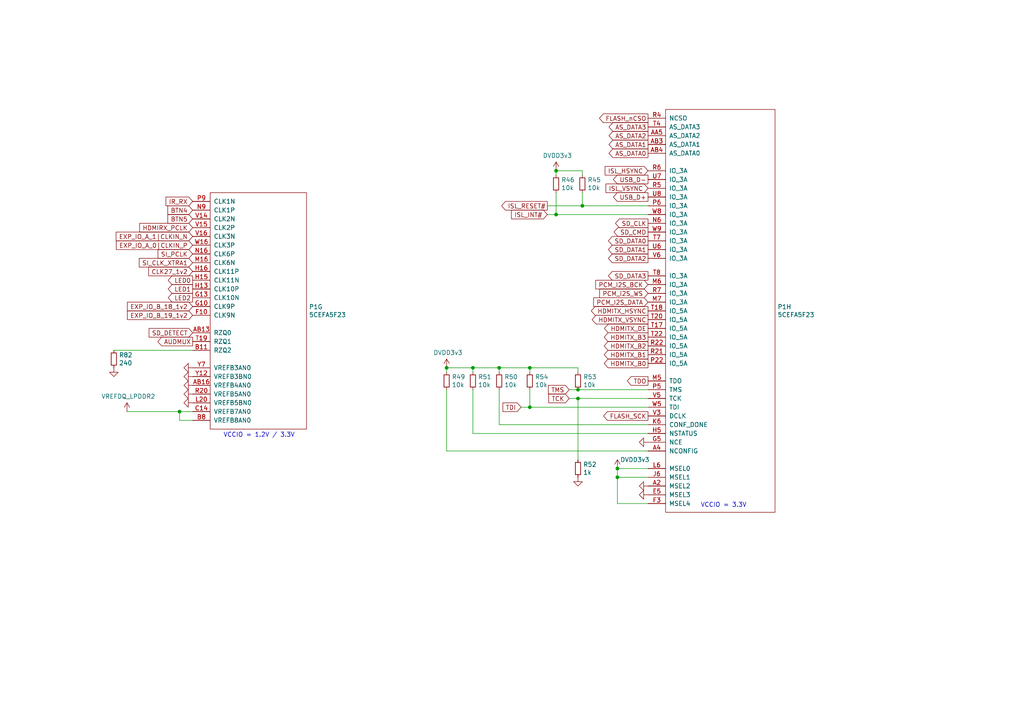
<source format=kicad_sch>
(kicad_sch (version 20230121) (generator eeschema)
  (paper "A4")
  (title_block (title "OSSC Pro") (date "2023-08-17") (rev "1.5"))
  (lib_symbols
    (symbol "Device:R_Small" (pin_numbers hide) (pin_names (offset 0.254) hide)
      (property "Reference" "R" (at 0.762 0.508 0))
      (property "Value" "R_Small" (at 0.762 -1.016 0))
      (symbol "R_Small_0_1"
        (rectangle (start -0.762 1.778) (end 0.762 -1.778) (stroke (width 0.2032)))
      )
      (symbol "R_Small_1_1"
        (pin passive line (at 0 2.54 270) (length 0.762) (name "~") (number "1"))
        (pin passive line (at 0 -2.54 90) (length 0.762) (name "~") (number "2"))
      )
    )
    (symbol "custom_components:5CEFA5F23" (pin_names (offset 1.016))
      (property "Reference" "P" (at 0 66.04 0))
      (property "Value" "5CEFA5F23" (at 0 0 0))
      (symbol "5CEFA5F23_1_1"
        (rectangle (start -25.4 64.77) (end 25.4 -60.96))
        (pin power_in line (at 30.48 52.07 180) (length 5.08) (name "VCCIO7A") (number "A16"))
        (pin power_in line (at -30.48 -16.51 0) (length 5.08) (name "VCCBAT") (number "A3"))
        (pin power_in line (at 30.48 54.61 180) (length 5.08) (name "VCCIO8A") (number "A6"))
        (pin power_in line (at 30.48 8.89 180) (length 5.08) (name "VCCIO4A") (number "AA16"))
        (pin power_in line (at 30.48 6.35 180) (length 5.08) (name "VCCIO4A") (number "AA21"))
        (pin power_in line (at 30.48 29.21 180) (length 5.08) (name "VCCIO7A") (number "B19"))
        (pin power_in line (at -30.48 -57.15 0) (length 5.08) (name "VCCPD7A8A") (number "C10"))
        (pin power_in line (at 30.48 49.53 180) (length 5.08) (name "VCCIO7A") (number "C12"))
        (pin power_in line (at 30.48 46.99 180) (length 5.08) (name "VCCIO7A") (number "C22"))
        (pin power_in line (at 30.48 62.23 180) (length 5.08) (name "VCCIO8A") (number "C7"))
        (pin power_in line (at 30.48 -24.13 180) (length 5.08) (name "VCC_AUX") (number "D11"))
        (pin power_in line (at -30.48 -52.07 0) (length 5.08) (name "VCCPD7A8A") (number "D14"))
        (pin power_in line (at 30.48 44.45 180) (length 5.08) (name "VCCIO7A") (number "D15"))
        (pin power_in line (at -30.48 -49.53 0) (length 5.08) (name "VCCPD7A8A") (number "D16"))
        (pin power_in line (at 30.48 -34.29 180) (length 5.08) (name "VCC_AUX") (number "D18"))
        (pin power_in line (at -30.48 -54.61 0) (length 5.08) (name "VCCPD7A8A") (number "D8"))
        (pin power_in line (at -30.48 -46.99 0) (length 5.08) (name "VCCPD7A8A") (number "E11"))
        (pin power_in line (at 30.48 41.91 180) (length 5.08) (name "VCCIO7A") (number "E18"))
        (pin power_in line (at 30.48 -36.83 180) (length 5.08) (name "VCC_AUX") (number "E6"))
        (pin power_in line (at 30.48 59.69 180) (length 5.08) (name "VCCIO8A") (number "E8"))
        (pin power_in line (at 30.48 39.37 180) (length 5.08) (name "VCCIO7A") (number "F11"))
        (pin power_in line (at 30.48 36.83 180) (length 5.08) (name "VCCIO7A") (number "F21"))
        (pin power_in line (at 30.48 -52.07 180) (length 5.08) (name "VCCA_FPLL") (number "F4"))
        (pin power_in line (at -30.48 -11.43 0) (length 5.08) (name "VCCPGM") (number "F8"))
        (pin power_in line (at 30.48 34.29 180) (length 5.08) (name "VCCIO7A") (number "G14"))
        (pin power_in line (at 30.48 57.15 180) (length 5.08) (name "VCCIO8A") (number "G7"))
        (pin power_in line (at 30.48 31.75 180) (length 5.08) (name "VCCIO7A") (number "H17"))
        (pin power_in line (at 30.48 -46.99 180) (length 5.08) (name "VCCA_FPLL") (number "H19"))
        (pin power_in line (at -30.48 13.97 0) (length 5.08) (name "VCC") (number "J10"))
        (pin power_in line (at -30.48 16.51 0) (length 5.08) (name "VCC") (number "J12"))
        (pin power_in line (at -30.48 19.05 0) (length 5.08) (name "VCC") (number "J14"))
        (pin power_in line (at -30.48 21.59 0) (length 5.08) (name "VCC") (number "J16"))
        (pin power_in line (at -30.48 -1.27 0) (length 5.08) (name "VCC") (number "J4"))
        (pin power_in line (at -30.48 24.13 0) (length 5.08) (name "VCC") (number "K11"))
        (pin power_in line (at -30.48 26.67 0) (length 5.08) (name "VCC") (number "K13"))
        (pin power_in line (at -30.48 29.21 0) (length 5.08) (name "VCC") (number "K15"))
        (pin power_in line (at 30.48 26.67 180) (length 5.08) (name "VCCIO5B") (number "K18"))
        (pin power_in line (at -30.48 8.89 0) (length 5.08) (name "VCC") (number "K3"))
        (pin power_in line (at -30.48 1.27 0) (length 5.08) (name "VCC") (number "K5"))
        (pin power_in line (at -30.48 31.75 0) (length 5.08) (name "VCC") (number "L10"))
        (pin power_in line (at -30.48 34.29 0) (length 5.08) (name "VCC") (number "L12"))
        (pin power_in line (at -30.48 36.83 0) (length 5.08) (name "VCC") (number "L14"))
        (pin power_in line (at -30.48 39.37 0) (length 5.08) (name "VCC") (number "L16"))
        (pin power_in line (at -30.48 6.35 0) (length 5.08) (name "VCC") (number "L4"))
        (pin power_in line (at -30.48 41.91 0) (length 5.08) (name "VCC") (number "M11"))
        (pin power_in line (at -30.48 44.45 0) (length 5.08) (name "VCC") (number "M13"))
        (pin power_in line (at -30.48 46.99 0) (length 5.08) (name "VCC") (number "M15"))
        (pin power_in line (at -30.48 -44.45 0) (length 5.08) (name "VCCPD5B") (number "M17"))
        (pin power_in line (at 30.48 24.13 180) (length 5.08) (name "VCCIO5B") (number "M19"))
        (pin power_in line (at 30.48 -44.45 180) (length 5.08) (name "VCCA_FPLL") (number "M3"))
        (pin power_in line (at -30.48 49.53 0) (length 5.08) (name "VCC") (number "N10"))
        (pin power_in line (at -30.48 52.07 0) (length 5.08) (name "VCC") (number "N12"))
        (pin power_in line (at -30.48 54.61 0) (length 5.08) (name "VCC") (number "N14"))
        (pin power_in line (at -30.48 -41.91 0) (length 5.08) (name "VCCPD5B") (number "N18"))
        (pin power_in line (at -30.48 3.81 0) (length 5.08) (name "VCC") (number "N4"))
        (pin power_in line (at -30.48 57.15 0) (length 5.08) (name "VCC") (number "P11"))
        (pin power_in line (at -30.48 59.69 0) (length 5.08) (name "VCC") (number "P13"))
        (pin power_in line (at -30.48 62.23 0) (length 5.08) (name "VCC") (number "P15"))
        (pin power_in line (at 30.48 21.59 180) (length 5.08) (name "VCCIO5A") (number "P20"))
        (pin power_in line (at -30.48 -39.37 0) (length 5.08) (name "VCCPD5A") (number "P21"))
        (pin power_in line (at -30.48 11.43 0) (length 5.08) (name "VCC") (number "P3"))
        (pin power_in line (at 30.48 19.05 180) (length 5.08) (name "VCCIO5A") (number "R18"))
        (pin power_in line (at -30.48 -8.89 0) (length 5.08) (name "VCCPGM") (number "R19"))
        (pin power_in line (at 30.48 1.27 180) (length 5.08) (name "VCCIO3B") (number "R8"))
        (pin power_in line (at 30.48 -1.27 180) (length 5.08) (name "VCCIO3B") (number "T11"))
        (pin power_in line (at 30.48 -41.91 180) (length 5.08) (name "VCCA_FPLL") (number "T3"))
        (pin power_in line (at 30.48 -54.61 180) (length 5.08) (name "VCCA_FPLL") (number "T5"))
        (pin power_in line (at 30.48 -11.43 180) (length 5.08) (name "VCCIO3A") (number "T6"))
        (pin power_in line (at 30.48 16.51 180) (length 5.08) (name "VCCIO4A") (number "U14"))
        (pin power_in line (at 30.48 -49.53 180) (length 5.08) (name "VCCA_FPLL") (number "U18"))
        (pin power_in line (at 30.48 3.81 180) (length 5.08) (name "VCCIO4A") (number "U19"))
        (pin power_in line (at -30.48 -6.35 0) (length 5.08) (name "VCCPGM") (number "V8"))
        (pin power_in line (at 30.48 -3.81 180) (length 5.08) (name "VCCIO3B") (number "W10"))
        (pin power_in line (at -30.48 -36.83 0) (length 5.08) (name "VCCPD3B4A") (number "W11"))
        (pin power_in line (at -30.48 -34.29 0) (length 5.08) (name "VCCPD3B4A") (number "W12"))
        (pin power_in line (at 30.48 -29.21 180) (length 5.08) (name "VCC_AUX") (number "W13"))
        (pin power_in line (at -30.48 -31.75 0) (length 5.08) (name "VCCPD3B4A") (number "W14"))
        (pin power_in line (at 30.48 13.97 180) (length 5.08) (name "VCCIO4A") (number "W15"))
        (pin power_in line (at -30.48 -29.21 0) (length 5.08) (name "VCCPD3B4A") (number "W17"))
        (pin power_in line (at 30.48 -31.75 180) (length 5.08) (name "VCC_AUX") (number "W18"))
        (pin power_in line (at 30.48 11.43 180) (length 5.08) (name "VCCIO4A") (number "W20"))
        (pin power_in line (at -30.48 -26.67 0) (length 5.08) (name "VCCPD3A") (number "W6"))
        (pin power_in line (at 30.48 -26.67 180) (length 5.08) (name "VCC_AUX") (number "W7"))
        (pin power_in line (at 30.48 -6.35 180) (length 5.08) (name "VCCIO3B") (number "Y13"))
        (pin power_in line (at 30.48 -8.89 180) (length 5.08) (name "VCCIO3A") (number "Y8"))
      )
      (symbol "5CEFA5F23_2_1"
        (rectangle (start -15.24 44.45) (end 13.97 -41.91))
        (pin tri_state line (at -20.32 -6.35 0) (length 5.08) (name "IO_3B") (number "AA10"))
        (pin tri_state line (at -20.32 -39.37 0) (length 5.08) (name "IO_3B") (number "AA12"))
        (pin tri_state line (at -20.32 11.43 0) (length 5.08) (name "IO_3B") (number "AA7"))
        (pin tri_state line (at -20.32 3.81 0) (length 5.08) (name "IO_3B") (number "AA8"))
        (pin tri_state line (at -20.32 -8.89 0) (length 5.08) (name "IO_3B") (number "AA9"))
        (pin tri_state line (at -20.32 36.83 0) (length 5.08) (name "IO_3B") (number "AB10"))
        (pin tri_state line (at -20.32 34.29 0) (length 5.08) (name "IO_3B") (number "AB11"))
        (pin tri_state line (at -20.32 19.05 0) (length 5.08) (name "IO_3B") (number "AB5"))
        (pin tri_state line (at -20.32 24.13 0) (length 5.08) (name "IO_3B") (number "AB6"))
        (pin tri_state line (at -20.32 6.35 0) (length 5.08) (name "IO_3B") (number "AB7"))
        (pin tri_state line (at -20.32 -1.27 0) (length 5.08) (name "IO_3B") (number "AB8"))
        (pin tri_state line (at -20.32 41.91 0) (length 5.08) (name "IO_3B/CLK0N") (number "M8"))
        (pin tri_state line (at -20.32 39.37 0) (length 5.08) (name "IO_3B/CLK0P") (number "M9"))
        (pin tri_state line (at -20.32 8.89 0) (length 5.08) (name "IO_3B") (number "N8"))
        (pin tri_state line (at -20.32 -29.21 0) (length 5.08) (name "IO_3B") (number "P12"))
        (pin tri_state line (at -20.32 29.21 0) (length 5.08) (name "IO_3A") (number "P7"))
        (pin tri_state line (at -20.32 13.97 0) (length 5.08) (name "IO_3B") (number "P8"))
        (pin tri_state line (at -20.32 -31.75 0) (length 5.08) (name "IO_3B") (number "R10"))
        (pin tri_state line (at -20.32 -34.29 0) (length 5.08) (name "IO_3B") (number "R11"))
        (pin tri_state line (at -20.32 -24.13 0) (length 5.08) (name "IO_3B") (number "R12"))
        (pin tri_state line (at -20.32 -19.05 0) (length 5.08) (name "IO_3B") (number "R9"))
        (pin tri_state line (at -20.32 -13.97 0) (length 5.08) (name "IO_3B") (number "T10"))
        (pin tri_state line (at -20.32 1.27 0) (length 5.08) (name "IO_3B") (number "T9"))
        (pin tri_state line (at -20.32 -3.81 0) (length 5.08) (name "IO_3B") (number "U10"))
        (pin tri_state line (at -20.32 -21.59 0) (length 5.08) (name "IO_3B") (number "U11"))
        (pin tri_state line (at -20.32 -26.67 0) (length 5.08) (name "IO_3B") (number "U12"))
        (pin tri_state line (at -20.32 16.51 0) (length 5.08) (name "IO_3B") (number "V10"))
        (pin tri_state line (at -20.32 21.59 0) (length 5.08) (name "IO_3B") (number "V9"))
        (pin tri_state line (at -20.32 -11.43 0) (length 5.08) (name "IO_3B") (number "Y10"))
        (pin tri_state line (at -20.32 -36.83 0) (length 5.08) (name "IO_3B") (number "Y11"))
        (pin tri_state line (at -20.32 -16.51 0) (length 5.08) (name "IO_3B") (number "Y9"))
      )
      (symbol "5CEFA5F23_3_1"
        (rectangle (start -13.97 57.15) (end 11.43 -54.61))
        (pin tri_state line (at -19.05 39.37 0) (length 5.08) (name "IO_4A") (number "AA13"))
        (pin tri_state line (at -19.05 44.45 0) (length 5.08) (name "IO_4A") (number "AA14"))
        (pin tri_state line (at -19.05 31.75 0) (length 5.08) (name "IO_4A") (number "AA15"))
        (pin tri_state line (at -19.05 8.89 0) (length 5.08) (name "IO_4A") (number "AA17"))
        (pin tri_state line (at -19.05 3.81 0) (length 5.08) (name "IO_4A") (number "AA18"))
        (pin tri_state line (at -19.05 1.27 0) (length 5.08) (name "IO_4A") (number "AA19"))
        (pin tri_state line (at -19.05 -3.81 0) (length 5.08) (name "IO_4A") (number "AA20"))
        (pin tri_state line (at -19.05 -11.43 0) (length 5.08) (name "IO_4A") (number "AA22"))
        (pin tri_state line (at -19.05 52.07 0) (length 5.08) (name "IO_4A") (number "AB12"))
        (pin tri_state line (at -19.05 36.83 0) (length 5.08) (name "IO_4A") (number "AB15"))
        (pin tri_state line (at -19.05 26.67 0) (length 5.08) (name "IO_4A") (number "AB17"))
        (pin tri_state line (at -19.05 24.13 0) (length 5.08) (name "IO_4A") (number "AB18"))
        (pin tri_state line (at -19.05 21.59 0) (length 5.08) (name "IO_4A") (number "AB20"))
        (pin tri_state line (at -19.05 16.51 0) (length 5.08) (name "IO_4A") (number "AB21"))
        (pin tri_state line (at -19.05 -8.89 0) (length 5.08) (name "IO_4A") (number "AB22"))
        (pin tri_state line (at -19.05 -24.13 0) (length 5.08) (name "IO_4A") (number "P14"))
        (pin tri_state line (at -19.05 -29.21 0) (length 5.08) (name "IO_4A") (number "R14"))
        (pin tri_state line (at -19.05 46.99 0) (length 5.08) (name "IO_4A") (number "T12"))
        (pin tri_state line (at -19.05 41.91 0) (length 5.08) (name "IO_4A") (number "T13"))
        (pin tri_state line (at -19.05 11.43 0) (length 5.08) (name "IO_4A") (number "T14"))
        (pin tri_state line (at -19.05 49.53 0) (length 5.08) (name "IO_4A") (number "U13"))
        (pin tri_state line (at -19.05 6.35 0) (length 5.08) (name "IO_4A") (number "U15"))
        (pin tri_state line (at -19.05 -44.45 0) (length 5.08) (name "IO_4A") (number "U16"))
        (pin tri_state line (at -19.05 -49.53 0) (length 5.08) (name "IO_4A") (number "U17"))
        (pin tri_state line (at -19.05 -52.07 0) (length 5.08) (name "IO_4A") (number "U20"))
        (pin tri_state line (at -19.05 -46.99 0) (length 5.08) (name "IO_4A") (number "U21"))
        (pin tri_state line (at -19.05 -34.29 0) (length 5.08) (name "IO_4A") (number "U22"))
        (pin tri_state line (at -19.05 54.61 0) (length 5.08) (name "IO_4A") (number "V13"))
        (pin tri_state line (at -19.05 -41.91 0) (length 5.08) (name "IO_4A") (number "V18"))
        (pin tri_state line (at -19.05 -36.83 0) (length 5.08) (name "IO_4A") (number "V19"))
        (pin tri_state line (at -19.05 -1.27 0) (length 5.08) (name "IO_4A") (number "V20"))
        (pin tri_state line (at -19.05 -39.37 0) (length 5.08) (name "IO_4A") (number "V21"))
        (pin tri_state line (at -19.05 -6.35 0) (length 5.08) (name "IO_4A") (number "W19"))
        (pin tri_state line (at -19.05 -31.75 0) (length 5.08) (name "IO_4A") (number "W21"))
        (pin tri_state line (at -19.05 -19.05 0) (length 5.08) (name "IO_4A") (number "W22"))
        (pin tri_state line (at -19.05 34.29 0) (length 5.08) (name "IO_4A") (number "Y14"))
        (pin tri_state line (at -19.05 29.21 0) (length 5.08) (name "IO_4A") (number "Y15"))
        (pin tri_state line (at -19.05 19.05 0) (length 5.08) (name "IO_4A") (number "Y16"))
        (pin tri_state line (at -19.05 13.97 0) (length 5.08) (name "IO_4A") (number "Y17"))
        (pin tri_state line (at -19.05 -21.59 0) (length 5.08) (name "IO_4A") (number "Y19"))
        (pin tri_state line (at -19.05 -16.51 0) (length 5.08) (name "IO_4A") (number "Y20"))
        (pin tri_state line (at -19.05 -26.67 0) (length 5.08) (name "IO_4A") (number "Y21"))
        (pin tri_state line (at -19.05 -13.97 0) (length 5.08) (name "IO_4A") (number "Y22"))
      )
      (symbol "5CEFA5F23_4_1"
        (rectangle (start -21.59 30.48) (end 22.86 -33.02))
        (pin tri_state line (at -26.67 -12.7 0) (length 5.08) (name "IO_5B") (number "K17"))
        (pin tri_state line (at -26.67 -25.4 0) (length 5.08) (name "IO_5B") (number "K21"))
        (pin tri_state line (at -26.67 -30.48 0) (length 5.08) (name "IO_5B") (number "K22"))
        (pin tri_state line (at -26.67 -17.78 0) (length 5.08) (name "IO_5B") (number "L17"))
        (pin tri_state line (at -26.67 -27.94 0) (length 5.08) (name "IO_5B") (number "L18"))
        (pin tri_state line (at -26.67 -22.86 0) (length 5.08) (name "IO_5B") (number "L19"))
        (pin tri_state line (at -26.67 25.4 0) (length 5.08) (name "IO_5B") (number "L22"))
        (pin tri_state line (at -26.67 -10.16 0) (length 5.08) (name "IO_5B") (number "M18"))
        (pin tri_state line (at -26.67 -15.24 0) (length 5.08) (name "IO_5B") (number "M20"))
        (pin tri_state line (at -26.67 -20.32 0) (length 5.08) (name "IO_5B") (number "M21"))
        (pin tri_state line (at -26.67 27.94 0) (length 5.08) (name "IO_5B") (number "M22"))
        (pin tri_state line (at -26.67 -7.62 0) (length 5.08) (name "IO_5B") (number "N19"))
        (pin tri_state line (at -26.67 -2.54 0) (length 5.08) (name "IO_5B") (number "N20"))
        (pin tri_state line (at -26.67 -5.08 0) (length 5.08) (name "IO_5B") (number "N21"))
        (pin tri_state line (at -26.67 7.62 0) (length 5.08) (name "IO_5A") (number "P16"))
        (pin tri_state line (at -26.67 2.54 0) (length 5.08) (name "IO_5A") (number "P17"))
        (pin tri_state line (at -26.67 5.08 0) (length 5.08) (name "IO_5A") (number "P18"))
        (pin tri_state line (at -26.67 10.16 0) (length 5.08) (name "IO_5A") (number "P19"))
        (pin tri_state line (at -26.67 17.78 0) (length 5.08) (name "IO_5A") (number "R15"))
        (pin tri_state line (at -26.67 15.24 0) (length 5.08) (name "IO_5A") (number "R16"))
        (pin tri_state line (at -26.67 12.7 0) (length 5.08) (name "IO_5A") (number "R17"))
        (pin tri_state line (at -26.67 20.32 0) (length 5.08) (name "IO_5A") (number "T15"))
      )
      (symbol "5CEFA5F23_5_1"
        (rectangle (start -24.13 48.26) (end 22.86 -50.8))
        (pin tri_state line (at 27.94 27.94 180) (length 5.08) (name "IO_7A") (number "A12"))
        (pin tri_state line (at 27.94 2.54 180) (length 5.08) (name "IO_7A") (number "A13"))
        (pin tri_state line (at 27.94 -22.86 180) (length 5.08) (name "IO_7A") (number "A14"))
        (pin tri_state line (at 27.94 -27.94 180) (length 5.08) (name "IO_7A") (number "A15"))
        (pin tri_state line (at -29.21 -30.48 0) (length 5.08) (name "IO_7A") (number "A17"))
        (pin tri_state line (at -29.21 -25.4 0) (length 5.08) (name "IO_7A") (number "A18"))
        (pin tri_state line (at -29.21 -33.02 0) (length 5.08) (name "IO_7A") (number "A19"))
        (pin tri_state line (at -29.21 -27.94 0) (length 5.08) (name "IO_7A") (number "A20"))
        (pin tri_state line (at -29.21 -12.7 0) (length 5.08) (name "IO_7A") (number "A22"))
        (pin tri_state line (at 27.94 22.86 180) (length 5.08) (name "IO_7A") (number "B12"))
        (pin tri_state line (at 27.94 -2.54 180) (length 5.08) (name "IO_7A") (number "B13"))
        (pin tri_state line (at 27.94 -10.16 180) (length 5.08) (name "IO_7A") (number "B15"))
        (pin tri_state line (at -29.21 -38.1 0) (length 5.08) (name "IO_7A") (number "B16"))
        (pin tri_state line (at -29.21 17.78 0) (length 5.08) (name "IO_7A") (number "B17"))
        (pin tri_state line (at -29.21 22.86 0) (length 5.08) (name "IO_7A") (number "B18"))
        (pin tri_state line (at -29.21 27.94 0) (length 5.08) (name "IO_7A") (number "B20"))
        (pin tri_state line (at -29.21 10.16 0) (length 5.08) (name "IO_7A") (number "B21"))
        (pin tri_state line (at -29.21 -7.62 0) (length 5.08) (name "IO_7A") (number "B22"))
        (pin tri_state line (at 27.94 43.18 180) (length 5.08) (name "IO_7A") (number "C11"))
        (pin tri_state line (at 27.94 25.4 180) (length 5.08) (name "IO_7A") (number "C13"))
        (pin tri_state line (at 27.94 -15.24 180) (length 5.08) (name "IO_7A") (number "C15"))
        (pin tri_state line (at -29.21 -43.18 0) (length 5.08) (name "IO_7A") (number "C16"))
        (pin tri_state line (at -29.21 -10.16 0) (length 5.08) (name "IO_7A") (number "C18"))
        (pin tri_state line (at -29.21 -5.08 0) (length 5.08) (name "IO_7A") (number "C19"))
        (pin tri_state line (at -29.21 33.02 0) (length 5.08) (name "IO_7A") (number "C20"))
        (pin tri_state line (at -29.21 15.24 0) (length 5.08) (name "IO_7A") (number "C21"))
        (pin tri_state line (at 27.94 40.64 180) (length 5.08) (name "IO_7A") (number "D12"))
        (pin tri_state line (at 27.94 20.32 180) (length 5.08) (name "IO_7A") (number "D13"))
        (pin tri_state line (at -29.21 -45.72 0) (length 5.08) (name "IO_7A") (number "D17"))
        (pin tri_state line (at -29.21 30.48 0) (length 5.08) (name "IO_7A") (number "D19"))
        (pin tri_state line (at -29.21 38.1 0) (length 5.08) (name "IO_7A") (number "D21"))
        (pin tri_state line (at -29.21 -2.54 0) (length 5.08) (name "IO_7A") (number "D22"))
        (pin tri_state line (at 27.94 45.72 180) (length 5.08) (name "IO_7A") (number "E12"))
        (pin tri_state line (at 27.94 5.08 180) (length 5.08) (name "IO_7A") (number "E14"))
        (pin tri_state line (at 27.94 -30.48 180) (length 5.08) (name "IO_7A") (number "E15"))
        (pin tri_state line (at 27.94 -45.72 180) (length 5.08) (name "IO_7A") (number "E16"))
        (pin tri_state line (at -29.21 35.56 0) (length 5.08) (name "IO_7A") (number "E19"))
        (pin tri_state line (at -29.21 -17.78 0) (length 5.08) (name "IO_7A") (number "E20"))
        (pin tri_state line (at -29.21 43.18 0) (length 5.08) (name "IO_7A") (number "E21"))
        (pin tri_state line (at -29.21 2.54 0) (length 5.08) (name "IO_7A") (number "E22"))
        (pin tri_state line (at 27.94 17.78 180) (length 5.08) (name "IO_7A") (number "F12"))
        (pin tri_state line (at 27.94 10.16 180) (length 5.08) (name "IO_7A") (number "F13"))
        (pin tri_state line (at 27.94 -7.62 180) (length 5.08) (name "IO_7A") (number "F14"))
        (pin tri_state line (at 27.94 -25.4 180) (length 5.08) (name "IO_7A") (number "F15"))
        (pin tri_state line (at -29.21 -20.32 0) (length 5.08) (name "IO_7A") (number "F18"))
        (pin tri_state line (at -29.21 -15.24 0) (length 5.08) (name "IO_7A") (number "F19"))
        (pin tri_state line (at -29.21 -22.86 0) (length 5.08) (name "IO_7A") (number "F20"))
        (pin tri_state line (at -29.21 7.62 0) (length 5.08) (name "IO_7A") (number "F22"))
        (pin tri_state line (at 27.94 15.24 180) (length 5.08) (name "IO_7A") (number "G11"))
        (pin tri_state line (at 27.94 35.56 180) (length 5.08) (name "IO_7A") (number "G12"))
        (pin tri_state line (at 27.94 -12.7 180) (length 5.08) (name "IO_7A") (number "G15"))
        (pin tri_state line (at 27.94 -43.18 180) (length 5.08) (name "IO_7A") (number "G16"))
        (pin tri_state line (at -29.21 -48.26 0) (length 5.08) (name "IO_7A") (number "G17"))
        (pin tri_state line (at 27.94 -40.64 180) (length 5.08) (name "IO_7A") (number "G18"))
        (pin tri_state line (at -29.21 5.08 0) (length 5.08) (name "IO_7A") (number "G20"))
        (pin tri_state line (at -29.21 40.64 0) (length 5.08) (name "IO_7A") (number "G21"))
        (pin tri_state line (at -29.21 12.7 0) (length 5.08) (name "IO_7A") (number "G22"))
        (pin tri_state line (at 27.94 12.7 180) (length 5.08) (name "IO_7A") (number "H10"))
        (pin tri_state line (at 27.94 30.48 180) (length 5.08) (name "IO_7A") (number "H11"))
        (pin tri_state line (at 27.94 -5.08 180) (length 5.08) (name "IO_7A") (number "H14"))
        (pin tri_state line (at 27.94 -35.56 180) (length 5.08) (name "IO_7A") (number "H18"))
        (pin tri_state line (at -29.21 0 0) (length 5.08) (name "IO_7A") (number "H20"))
        (pin tri_state line (at -29.21 45.72 0) (length 5.08) (name "IO_7A") (number "H21"))
        (pin tri_state line (at 27.94 7.62 180) (length 5.08) (name "IO_7A") (number "J11"))
        (pin tri_state line (at 27.94 0 180) (length 5.08) (name "IO_7A") (number "J13"))
        (pin tri_state line (at 27.94 -20.32 180) (length 5.08) (name "IO_7A") (number "J17"))
        (pin tri_state line (at 27.94 -33.02 180) (length 5.08) (name "IO_7A") (number "J18"))
        (pin tri_state line (at 27.94 -38.1 180) (length 5.08) (name "IO_7A") (number "J19"))
        (pin tri_state line (at -29.21 25.4 0) (length 5.08) (name "IO_7A") (number "J21"))
        (pin tri_state line (at -29.21 20.32 0) (length 5.08) (name "IO_7A") (number "J22"))
        (pin tri_state line (at 27.94 -17.78 180) (length 5.08) (name "IO_7A") (number "K16"))
        (pin tri_state line (at -29.21 -40.64 0) (length 5.08) (name "IO_7A") (number "K19"))
        (pin tri_state line (at -29.21 -35.56 0) (length 5.08) (name "IO_7A") (number "K20"))
        (pin tri_state line (at 27.94 38.1 180) (length 5.08) (name "IO_7A") (number "K9"))
        (pin tri_state line (at 27.94 33.02 180) (length 5.08) (name "IO_7A") (number "L8"))
      )
      (symbol "5CEFA5F23_6_1"
        (rectangle (start -20.32 24.13) (end 20.32 -24.13))
        (pin tri_state line (at -25.4 -3.81 0) (length 5.08) (name "IO_8A") (number "A10"))
        (pin tri_state line (at -25.4 -13.97 0) (length 5.08) (name "IO_8A") (number "A5"))
        (pin tri_state line (at 25.4 -13.97 180) (length 5.08) (name "IO_8A") (number "A7"))
        (pin tri_state line (at 25.4 -19.05 180) (length 5.08) (name "IO_8A") (number "A8"))
        (pin tri_state line (at -25.4 -8.89 0) (length 5.08) (name "IO_8A") (number "A9"))
        (pin tri_state line (at -25.4 -11.43 0) (length 5.08) (name "IO_8A") (number "B10"))
        (pin tri_state line (at -25.4 -19.05 0) (length 5.08) (name "IO_8A") (number "B5"))
        (pin tri_state line (at -25.4 -21.59 0) (length 5.08) (name "IO_8A") (number "B6"))
        (pin tri_state line (at 25.4 -21.59 180) (length 5.08) (name "IO_8A") (number "B7"))
        (pin tri_state line (at 25.4 -16.51 180) (length 5.08) (name "IO_8A") (number "C6"))
        (pin tri_state line (at 25.4 -1.27 180) (length 5.08) (name "IO_8A") (number "C8"))
        (pin tri_state line (at -25.4 -16.51 0) (length 5.08) (name "IO_8A") (number "C9"))
        (pin tri_state line (at 25.4 -11.43 180) (length 5.08) (name "IO_8A") (number "D6"))
        (pin tri_state line (at 25.4 -6.35 180) (length 5.08) (name "IO_8A") (number "D7"))
        (pin tri_state line (at 25.4 -3.81 180) (length 5.08) (name "IO_8A") (number "D9"))
        (pin tri_state line (at -25.4 16.51 0) (length 5.08) (name "IO_8A/CLK8P") (number "E10"))
        (pin tri_state line (at 25.4 8.89 180) (length 5.08) (name "IO_8A") (number "E7"))
        (pin tri_state line (at 25.4 -8.89 180) (length 5.08) (name "IO_8A") (number "E9"))
        (pin tri_state line (at 25.4 3.81 180) (length 5.08) (name "IO_8A") (number "F7"))
        (pin tri_state line (at -25.4 13.97 0) (length 5.08) (name "IO_8A/CLK8N") (number "F9"))
        (pin tri_state line (at 25.4 1.27 180) (length 5.08) (name "IO_8A") (number "G6"))
        (pin tri_state line (at -25.4 19.05 0) (length 5.08) (name "IO_8A") (number "G8"))
        (pin tri_state line (at 25.4 6.35 180) (length 5.08) (name "IO_8A") (number "H6"))
        (pin tri_state line (at -25.4 21.59 0) (length 5.08) (name "IO_8A") (number "H8"))
        (pin tri_state line (at -25.4 -6.35 0) (length 5.08) (name "IO_8A") (number "H9"))
        (pin tri_state line (at -25.4 3.81 0) (length 5.08) (name "IO_8A") (number "J7"))
        (pin tri_state line (at -25.4 1.27 0) (length 5.08) (name "IO_8A") (number "J8"))
        (pin tri_state line (at -25.4 -1.27 0) (length 5.08) (name "IO_8A") (number "J9"))
        (pin tri_state line (at -25.4 6.35 0) (length 5.08) (name "IO_8A") (number "K7"))
        (pin tri_state line (at -25.4 8.89 0) (length 5.08) (name "IO_8A") (number "L7"))
      )
      (symbol "5CEFA5F23_7_1"
        (rectangle (start -13.97 33.02) (end 13.97 -35.56))
        (pin tri_state line (at -19.05 -7.62 0) (length 5.08) (name "RZQ0") (number "AB13"))
        (pin power_in line (at -19.05 -22.86 0) (length 5.08) (name "VREFB4AN0") (number "AB16"))
        (pin tri_state line (at -19.05 -12.7 0) (length 5.08) (name "RZQ2") (number "B11"))
        (pin power_in line (at -19.05 -33.02 0) (length 5.08) (name "VREFB8AN0") (number "B8"))
        (pin power_in line (at -19.05 -30.48 0) (length 5.08) (name "VREFB7AN0") (number "C14"))
        (pin tri_state line (at -19.05 -2.54 0) (length 5.08) (name "CLK9N") (number "F10"))
        (pin tri_state line (at -19.05 0 0) (length 5.08) (name "CLK9P") (number "G10"))
        (pin tri_state line (at -19.05 2.54 0) (length 5.08) (name "CLK10N") (number "G13"))
        (pin tri_state line (at -19.05 5.08 0) (length 5.08) (name "CLK10P") (number "H13"))
        (pin tri_state line (at -19.05 7.62 0) (length 5.08) (name "CLK11N") (number "H15"))
        (pin tri_state line (at -19.05 10.16 0) (length 5.08) (name "CLK11P") (number "H16"))
        (pin power_in line (at -19.05 -27.94 0) (length 5.08) (name "VREFB5BN0") (number "L20"))
        (pin tri_state line (at -19.05 12.7 0) (length 5.08) (name "CLK6N") (number "M16"))
        (pin tri_state line (at -19.05 15.24 0) (length 5.08) (name "CLK6P") (number "N16"))
        (pin tri_state line (at -19.05 27.94 0) (length 5.08) (name "CLK1P") (number "N9"))
        (pin tri_state line (at -19.05 30.48 0) (length 5.08) (name "CLK1N") (number "P9"))
        (pin power_in line (at -19.05 -25.4 0) (length 5.08) (name "VREFB5AN0") (number "R20"))
        (pin tri_state line (at -19.05 -10.16 0) (length 5.08) (name "RZQ1") (number "T19"))
        (pin tri_state line (at -19.05 25.4 0) (length 5.08) (name "CLK2N") (number "V14"))
        (pin tri_state line (at -19.05 22.86 0) (length 5.08) (name "CLK2P") (number "V15"))
        (pin tri_state line (at -19.05 20.32 0) (length 5.08) (name "CLK3N") (number "V16"))
        (pin tri_state line (at -19.05 17.78 0) (length 5.08) (name "CLK3P") (number "W16"))
        (pin power_in line (at -19.05 -20.32 0) (length 5.08) (name "VREFB3BN0") (number "Y12"))
        (pin power_in line (at -19.05 -17.78 0) (length 5.08) (name "VREFB3AN0") (number "Y7"))
      )
      (symbol "5CEFA5F23_8_1"
        (rectangle (start -15.24 58.42) (end 16.51 -58.42))
        (pin input line (at -20.32 -50.8 0) (length 5.08) (name "MSEL2") (number "A2"))
        (pin input line (at -20.32 -40.64 0) (length 5.08) (name "NCONFIG") (number "A4"))
        (pin tri_state line (at -20.32 50.8 0) (length 5.08) (name "AS_DATA2") (number "AA5"))
        (pin tri_state line (at -20.32 48.26 0) (length 5.08) (name "AS_DATA1") (number "AB3"))
        (pin tri_state line (at -20.32 45.72 0) (length 5.08) (name "AS_DATA0") (number "AB4"))
        (pin input line (at -20.32 -53.34 0) (length 5.08) (name "MSEL3") (number "E5"))
        (pin input line (at -20.32 -55.88 0) (length 5.08) (name "MSEL4") (number "F3"))
        (pin input line (at -20.32 -38.1 0) (length 5.08) (name "NCE") (number "G5"))
        (pin tri_state line (at -20.32 -35.56 0) (length 5.08) (name "NSTATUS") (number "H5"))
        (pin input line (at -20.32 -48.26 0) (length 5.08) (name "MSEL1") (number "J6"))
        (pin tri_state line (at -20.32 -33.02 0) (length 5.08) (name "CONF_DONE") (number "K6"))
        (pin input line (at -20.32 -45.72 0) (length 5.08) (name "MSEL0") (number "L6"))
        (pin output line (at -20.32 -20.32 0) (length 5.08) (name "TDO") (number "M5"))
        (pin tri_state line (at -20.32 7.62 0) (length 5.08) (name "IO_3A") (number "M6"))
        (pin tri_state line (at -20.32 2.54 0) (length 5.08) (name "IO_3A") (number "M7"))
        (pin tri_state line (at -20.32 25.4 0) (length 5.08) (name "IO_3A") (number "N6"))
        (pin tri_state line (at -20.32 -15.24 0) (length 5.08) (name "IO_5A") (number "P22"))
        (pin input line (at -20.32 -22.86 0) (length 5.08) (name "TMS") (number "P5"))
        (pin tri_state line (at -20.32 30.48 0) (length 5.08) (name "IO_3A") (number "P6"))
        (pin tri_state line (at -20.32 -12.7 0) (length 5.08) (name "IO_5A") (number "R21"))
        (pin tri_state line (at -20.32 -10.16 0) (length 5.08) (name "IO_5A") (number "R22"))
        (pin output line (at -20.32 55.88 0) (length 5.08) (name "NCSO") (number "R4"))
        (pin tri_state line (at -20.32 35.56 0) (length 5.08) (name "IO_3A") (number "R5"))
        (pin tri_state line (at -20.32 40.64 0) (length 5.08) (name "IO_3A") (number "R6"))
        (pin tri_state line (at -20.32 5.08 0) (length 5.08) (name "IO_3A") (number "R7"))
        (pin tri_state line (at -20.32 -5.08 0) (length 5.08) (name "IO_5A") (number "T17"))
        (pin tri_state line (at -20.32 0 0) (length 5.08) (name "IO_5A") (number "T18"))
        (pin tri_state line (at -20.32 -2.54 0) (length 5.08) (name "IO_5A") (number "T20"))
        (pin tri_state line (at -20.32 -7.62 0) (length 5.08) (name "IO_5A") (number "T22"))
        (pin tri_state line (at -20.32 53.34 0) (length 5.08) (name "AS_DATA3") (number "T4"))
        (pin tri_state line (at -20.32 20.32 0) (length 5.08) (name "IO_3A") (number "T7"))
        (pin tri_state line (at -20.32 10.16 0) (length 5.08) (name "IO_3A") (number "T8"))
        (pin tri_state line (at -20.32 17.78 0) (length 5.08) (name "IO_3A") (number "U6"))
        (pin tri_state line (at -20.32 38.1 0) (length 5.08) (name "IO_3A") (number "U7"))
        (pin tri_state line (at -20.32 33.02 0) (length 5.08) (name "IO_3A") (number "U8"))
        (pin output line (at -20.32 -30.48 0) (length 5.08) (name "DCLK") (number "V3"))
        (pin input line (at -20.32 -25.4 0) (length 5.08) (name "TCK") (number "V5"))
        (pin tri_state line (at -20.32 15.24 0) (length 5.08) (name "IO_3A") (number "V6"))
        (pin input line (at -20.32 -27.94 0) (length 5.08) (name "TDI") (number "W5"))
        (pin tri_state line (at -20.32 27.94 0) (length 5.08) (name "IO_3A") (number "W8"))
        (pin tri_state line (at -20.32 22.86 0) (length 5.08) (name "IO_3A") (number "W9"))
      )
      (symbol "5CEFA5F23_9_1"
        (rectangle (start -17.78 43.18) (end 17.78 -43.18))
        (pin input line (at -22.86 -40.64 0) (length 5.08) (name "RREF_TL") (number "A1"))
        (pin no_connect line (at -22.86 40.64 0) (length 5.08) (name "NC") (number "AA1"))
        (pin no_connect line (at -22.86 38.1 0) (length 5.08) (name "NC") (number "AA2"))
        (pin no_connect line (at -22.86 -27.94 0) (length 5.08) (name "DNU") (number "B3"))
        (pin no_connect line (at -22.86 -30.48 0) (length 5.08) (name "DNU") (number "B4"))
        (pin no_connect line (at -22.86 35.56 0) (length 5.08) (name "NC") (number "C1"))
        (pin no_connect line (at -22.86 33.02 0) (length 5.08) (name "NC") (number "C2"))
        (pin no_connect line (at -22.86 30.48 0) (length 5.08) (name "NC") (number "D3"))
        (pin no_connect line (at -22.86 27.94 0) (length 5.08) (name "NC") (number "D4"))
        (pin no_connect line (at -22.86 25.4 0) (length 5.08) (name "NC") (number "E1"))
        (pin no_connect line (at -22.86 -33.02 0) (length 5.08) (name "DNU") (number "E17"))
        (pin no_connect line (at -22.86 22.86 0) (length 5.08) (name "NC") (number "E2"))
        (pin no_connect line (at -22.86 20.32 0) (length 5.08) (name "NC") (number "G1"))
        (pin no_connect line (at -22.86 17.78 0) (length 5.08) (name "NC") (number "G2"))
        (pin no_connect line (at -22.86 15.24 0) (length 5.08) (name "NC") (number "J1"))
        (pin no_connect line (at -22.86 12.7 0) (length 5.08) (name "NC") (number "J2"))
        (pin no_connect line (at -22.86 10.16 0) (length 5.08) (name "NC") (number "L1"))
        (pin no_connect line (at -22.86 7.62 0) (length 5.08) (name "NC") (number "L2"))
        (pin no_connect line (at -22.86 -35.56 0) (length 5.08) (name "DNU") (number "L9"))
        (pin no_connect line (at -22.86 5.08 0) (length 5.08) (name "NC") (number "N1"))
        (pin no_connect line (at -22.86 2.54 0) (length 5.08) (name "NC") (number "N2"))
        (pin no_connect line (at -22.86 0 0) (length 5.08) (name "NC") (number "R1"))
        (pin no_connect line (at -22.86 -2.54 0) (length 5.08) (name "NC") (number "R2"))
        (pin no_connect line (at -22.86 -5.08 0) (length 5.08) (name "NC") (number "U1"))
        (pin no_connect line (at -22.86 -7.62 0) (length 5.08) (name "NC") (number "U2"))
        (pin no_connect line (at -22.86 -10.16 0) (length 5.08) (name "NC") (number "V11"))
        (pin no_connect line (at -22.86 -12.7 0) (length 5.08) (name "NC") (number "W1"))
        (pin no_connect line (at -22.86 -15.24 0) (length 5.08) (name "NC") (number "W2"))
        (pin no_connect line (at -22.86 -17.78 0) (length 5.08) (name "NC") (number "Y3"))
        (pin no_connect line (at -22.86 -20.32 0) (length 5.08) (name "NC") (number "Y4"))
        (pin no_connect line (at -22.86 -22.86 0) (length 5.08) (name "NC") (number "Y6"))
      )
      (symbol "5CEFA5F23_10_1"
        (rectangle (start -21.59 64.77) (end 22.86 -67.31))
        (pin power_in line (at -26.67 62.23 0) (length 5.08) (name "GND") (number "A11"))
        (pin power_in line (at -26.67 59.69 0) (length 5.08) (name "GND") (number "A21"))
        (pin power_in line (at -26.67 57.15 0) (length 5.08) (name "GND") (number "AA11"))
        (pin power_in line (at -26.67 54.61 0) (length 5.08) (name "GND") (number "AA3"))
        (pin power_in line (at -26.67 52.07 0) (length 5.08) (name "GND") (number "AA4"))
        (pin power_in line (at -26.67 49.53 0) (length 5.08) (name "GND") (number "AA6"))
        (pin power_in line (at -26.67 46.99 0) (length 5.08) (name "GND") (number "AB1"))
        (pin power_in line (at -26.67 44.45 0) (length 5.08) (name "GND") (number "AB14"))
        (pin power_in line (at -26.67 41.91 0) (length 5.08) (name "GND") (number "AB19"))
        (pin power_in line (at -26.67 39.37 0) (length 5.08) (name "GND") (number "AB2"))
        (pin power_in line (at -26.67 36.83 0) (length 5.08) (name "GND") (number "AB9"))
        (pin power_in line (at -26.67 34.29 0) (length 5.08) (name "GND") (number "B1"))
        (pin power_in line (at -26.67 31.75 0) (length 5.08) (name "GND") (number "B14"))
        (pin power_in line (at -26.67 29.21 0) (length 5.08) (name "GND") (number "B2"))
        (pin power_in line (at -26.67 26.67 0) (length 5.08) (name "GND") (number "B9"))
        (pin power_in line (at -26.67 24.13 0) (length 5.08) (name "GND") (number "C17"))
        (pin power_in line (at -26.67 21.59 0) (length 5.08) (name "GND") (number "C3"))
        (pin power_in line (at -26.67 19.05 0) (length 5.08) (name "GND") (number "C4"))
        (pin power_in line (at -26.67 16.51 0) (length 5.08) (name "GND") (number "C5"))
        (pin power_in line (at -26.67 13.97 0) (length 5.08) (name "GND") (number "D1"))
        (pin power_in line (at -26.67 11.43 0) (length 5.08) (name "GND") (number "D10"))
        (pin power_in line (at -26.67 8.89 0) (length 5.08) (name "GND") (number "D2"))
        (pin power_in line (at -26.67 6.35 0) (length 5.08) (name "GND") (number "D20"))
        (pin power_in line (at -26.67 3.81 0) (length 5.08) (name "GND") (number "D5"))
        (pin power_in line (at -26.67 1.27 0) (length 5.08) (name "GND") (number "E13"))
        (pin power_in line (at -26.67 -1.27 0) (length 5.08) (name "GND") (number "E3"))
        (pin power_in line (at -26.67 -3.81 0) (length 5.08) (name "GND") (number "E4"))
        (pin power_in line (at -26.67 -6.35 0) (length 5.08) (name "GND") (number "F1"))
        (pin power_in line (at -26.67 -8.89 0) (length 5.08) (name "GND") (number "F16"))
        (pin power_in line (at -26.67 -11.43 0) (length 5.08) (name "GND") (number "F17"))
        (pin power_in line (at -26.67 -13.97 0) (length 5.08) (name "GND") (number "F2"))
        (pin power_in line (at -26.67 -16.51 0) (length 5.08) (name "GND") (number "F5"))
        (pin power_in line (at -26.67 -19.05 0) (length 5.08) (name "GND") (number "F6"))
        (pin power_in line (at -26.67 -21.59 0) (length 5.08) (name "GND") (number "G19"))
        (pin power_in line (at -26.67 -24.13 0) (length 5.08) (name "GND") (number "G3"))
        (pin power_in line (at -26.67 -26.67 0) (length 5.08) (name "GND") (number "G4"))
        (pin power_in line (at -26.67 -29.21 0) (length 5.08) (name "GND") (number "G9"))
        (pin power_in line (at -26.67 -31.75 0) (length 5.08) (name "GND") (number "H1"))
        (pin power_in line (at -26.67 -34.29 0) (length 5.08) (name "GND") (number "H12"))
        (pin power_in line (at -26.67 -36.83 0) (length 5.08) (name "GND") (number "H2"))
        (pin power_in line (at -26.67 -39.37 0) (length 5.08) (name "GND") (number "H22"))
        (pin power_in line (at -26.67 -41.91 0) (length 5.08) (name "GND") (number "H3"))
        (pin power_in line (at -26.67 -44.45 0) (length 5.08) (name "GND") (number "H4"))
        (pin power_in line (at -26.67 -46.99 0) (length 5.08) (name "GND") (number "H7"))
        (pin power_in line (at -26.67 -49.53 0) (length 5.08) (name "GND") (number "J15"))
        (pin power_in line (at -26.67 -52.07 0) (length 5.08) (name "GND") (number "J20"))
        (pin power_in line (at -26.67 -54.61 0) (length 5.08) (name "GND") (number "J3"))
        (pin power_in line (at -26.67 -57.15 0) (length 5.08) (name "GND") (number "J5"))
        (pin power_in line (at -26.67 -59.69 0) (length 5.08) (name "GND") (number "K1"))
        (pin power_in line (at -26.67 -62.23 0) (length 5.08) (name "GND") (number "K10"))
        (pin power_in line (at -26.67 -64.77 0) (length 5.08) (name "GND") (number "K12"))
        (pin power_in line (at 27.94 -64.77 180) (length 5.08) (name "GND") (number "K14"))
        (pin power_in line (at 27.94 -62.23 180) (length 5.08) (name "GND") (number "K2"))
        (pin power_in line (at 27.94 -59.69 180) (length 5.08) (name "GND") (number "K4"))
        (pin power_in line (at 27.94 -57.15 180) (length 5.08) (name "GND") (number "K8"))
        (pin power_in line (at 27.94 -54.61 180) (length 5.08) (name "GND") (number "L11"))
        (pin power_in line (at 27.94 -52.07 180) (length 5.08) (name "GND") (number "L13"))
        (pin power_in line (at 27.94 -49.53 180) (length 5.08) (name "GND") (number "L15"))
        (pin power_in line (at 27.94 -46.99 180) (length 5.08) (name "GND") (number "L21"))
        (pin power_in line (at 27.94 -44.45 180) (length 5.08) (name "GND") (number "L3"))
        (pin power_in line (at 27.94 -41.91 180) (length 5.08) (name "GND") (number "L5"))
        (pin power_in line (at 27.94 -39.37 180) (length 5.08) (name "GND") (number "M1"))
        (pin power_in line (at 27.94 -36.83 180) (length 5.08) (name "GND") (number "M10"))
        (pin power_in line (at 27.94 -34.29 180) (length 5.08) (name "GND") (number "M12"))
        (pin power_in line (at 27.94 -31.75 180) (length 5.08) (name "GND") (number "M14"))
        (pin power_in line (at 27.94 -29.21 180) (length 5.08) (name "GND") (number "M2"))
        (pin power_in line (at 27.94 -26.67 180) (length 5.08) (name "GND") (number "M4"))
        (pin power_in line (at 27.94 -24.13 180) (length 5.08) (name "GND") (number "N11"))
        (pin power_in line (at 27.94 -21.59 180) (length 5.08) (name "GND") (number "N13"))
        (pin power_in line (at 27.94 -19.05 180) (length 5.08) (name "GND") (number "N15"))
        (pin power_in line (at 27.94 -16.51 180) (length 5.08) (name "GND") (number "N17"))
        (pin power_in line (at 27.94 -13.97 180) (length 5.08) (name "GND") (number "N22"))
        (pin power_in line (at 27.94 -11.43 180) (length 5.08) (name "GND") (number "N3"))
        (pin power_in line (at 27.94 -8.89 180) (length 5.08) (name "GND") (number "N5"))
        (pin power_in line (at 27.94 -6.35 180) (length 5.08) (name "GND") (number "N7"))
        (pin power_in line (at 27.94 -3.81 180) (length 5.08) (name "GND") (number "P1"))
        (pin power_in line (at 27.94 -1.27 180) (length 5.08) (name "GND") (number "P10"))
        (pin power_in line (at 27.94 1.27 180) (length 5.08) (name "GND") (number "P2"))
        (pin power_in line (at 27.94 3.81 180) (length 5.08) (name "GND") (number "P4"))
        (pin power_in line (at 27.94 6.35 180) (length 5.08) (name "GND") (number "R13"))
        (pin power_in line (at 27.94 8.89 180) (length 5.08) (name "GND") (number "R3"))
        (pin power_in line (at 27.94 11.43 180) (length 5.08) (name "GND") (number "T1"))
        (pin power_in line (at 27.94 13.97 180) (length 5.08) (name "GND") (number "T16"))
        (pin power_in line (at 27.94 16.51 180) (length 5.08) (name "GND") (number "T2"))
        (pin power_in line (at 27.94 19.05 180) (length 5.08) (name "GND") (number "T21"))
        (pin power_in line (at 27.94 21.59 180) (length 5.08) (name "GND") (number "U3"))
        (pin power_in line (at 27.94 24.13 180) (length 5.08) (name "GND") (number "U4"))
        (pin power_in line (at 27.94 26.67 180) (length 5.08) (name "GND") (number "U5"))
        (pin power_in line (at 27.94 29.21 180) (length 5.08) (name "GND") (number "U9"))
        (pin power_in line (at 27.94 31.75 180) (length 5.08) (name "GND") (number "V1"))
        (pin power_in line (at 27.94 34.29 180) (length 5.08) (name "GND") (number "V12"))
        (pin power_in line (at 27.94 36.83 180) (length 5.08) (name "GND") (number "V17"))
        (pin power_in line (at 27.94 39.37 180) (length 5.08) (name "GND") (number "V2"))
        (pin power_in line (at 27.94 41.91 180) (length 5.08) (name "GND") (number "V22"))
        (pin power_in line (at 27.94 44.45 180) (length 5.08) (name "GND") (number "V4"))
        (pin power_in line (at 27.94 46.99 180) (length 5.08) (name "GND") (number "V7"))
        (pin power_in line (at 27.94 49.53 180) (length 5.08) (name "GND") (number "W3"))
        (pin power_in line (at 27.94 52.07 180) (length 5.08) (name "GND") (number "W4"))
        (pin power_in line (at 27.94 54.61 180) (length 5.08) (name "GND") (number "Y1"))
        (pin power_in line (at 27.94 57.15 180) (length 5.08) (name "GND") (number "Y18"))
        (pin power_in line (at 27.94 59.69 180) (length 5.08) (name "GND") (number "Y2"))
        (pin power_in line (at 27.94 62.23 180) (length 5.08) (name "GND") (number "Y5"))
      )
    )
    (symbol "custom_components:DVDD3v3" (power) (pin_names (offset 0))
      (property "Value" "DVDD3v3" (at 0 3.556 0))
      (symbol "DVDD3v3_0_1"
        (polyline (pts (xy -0.762 1.27) (xy 0 2.54)))
        (polyline (pts (xy 0 0) (xy 0 2.54)))
        (polyline (pts (xy 0 2.54) (xy 0.762 1.27)))
      )
      (symbol "DVDD3v3_1_1"
        (pin power_in line (at 0 0 90) (length 0) hide (name "DVDD3v3") (number "1"))
      )
    )
    (symbol "custom_components:VREFDQ_LPDDR2" (power) (pin_names (offset 0))
      (property "Value" "VREFDQ_LPDDR2" (at 0 3.556 0))
      (symbol "VREFDQ_LPDDR2_0_1"
        (polyline (pts (xy -0.762 1.27) (xy 0 2.54)))
        (polyline (pts (xy 0 0) (xy 0 2.54)))
        (polyline (pts (xy 0 2.54) (xy 0.762 1.27)))
      )
      (symbol "VREFDQ_LPDDR2_1_1"
        (pin power_in line (at 0 0 90) (length 0) hide (name "VREFDQ_LPDDR2") (number "1"))
      )
    )
    (symbol "power:GND" (power) (pin_names (offset 0))
      (property "Value" "GND" (at 0 -3.81 0))
      (symbol "GND_0_1"
        (polyline (pts (xy 0 0) (xy 0 -1.27) (xy 1.27 -1.27) (xy 0 -2.54) (xy -1.27 -1.27) (xy 0 -1.27)))
      )
      (symbol "GND_1_1"
        (pin power_in line (at 0 0 270) (length 0) hide (name "GND") (number "1"))
      )
    )
  )
  (junction (at 168.91 59.69))
  (junction (at 161.29 62.23))
  (junction (at 167.64 115.57))
  (junction (at 153.67 106.68))
  (junction (at 137.16 106.68))
  (junction (at 144.78 106.68))
  (junction (at 167.64 113.03))
  (junction (at 179.07 138.43))
  (junction (at 153.67 118.11))
  (junction (at 161.29 49.53))
  (junction (at 179.07 135.89))
  (junction (at 129.54 106.68))
  (junction (at 52.07 119.38))
  (wire (pts (xy 161.29 55.88) (xy 161.29 62.23)))
  (wire (pts (xy 161.29 62.23) (xy 187.96 62.23)))
  (wire (pts (xy 167.64 106.68) (xy 153.67 106.68)))
  (wire (pts (xy 52.07 119.38) (xy 36.83 119.38)))
  (wire (pts (xy 153.67 118.11) (xy 153.67 113.03)))
  (wire (pts (xy 187.96 146.05) (xy 179.07 146.05)))
  (wire (pts (xy 151.13 118.11) (xy 153.67 118.11)))
  (wire (pts (xy 137.16 113.03) (xy 137.16 125.73)))
  (wire (pts (xy 167.64 107.95) (xy 167.64 106.68)))
  (wire (pts (xy 129.54 130.81) (xy 187.96 130.81)))
  (wire (pts (xy 137.16 125.73) (xy 187.96 125.73)))
  (wire (pts (xy 167.64 115.57) (xy 187.96 115.57)))
  (wire (pts (xy 144.78 106.68) (xy 153.67 106.68)))
  (wire (pts (xy 55.88 101.6) (xy 33.02 101.6)))
  (wire (pts (xy 168.91 49.53) (xy 161.29 49.53)))
  (wire (pts (xy 179.07 146.05) (xy 179.07 138.43)))
  (wire (pts (xy 167.64 113.03) (xy 165.1 113.03)))
  (wire (pts (xy 153.67 106.68) (xy 153.67 107.95)))
  (wire (pts (xy 187.96 113.03) (xy 167.64 113.03)))
  (wire (pts (xy 158.75 59.69) (xy 168.91 59.69)))
  (wire (pts (xy 187.96 138.43) (xy 179.07 138.43)))
  (wire (pts (xy 165.1 115.57) (xy 167.64 115.57)))
  (wire (pts (xy 137.16 107.95) (xy 137.16 106.68)))
  (wire (pts (xy 168.91 59.69) (xy 187.96 59.69)))
  (wire (pts (xy 52.07 121.92) (xy 55.88 121.92)))
  (wire (pts (xy 167.64 115.57) (xy 167.64 133.35)))
  (wire (pts (xy 52.07 119.38) (xy 52.07 121.92)))
  (wire (pts (xy 187.96 135.89) (xy 179.07 135.89)))
  (wire (pts (xy 153.67 118.11) (xy 187.96 118.11)))
  (wire (pts (xy 187.96 123.19) (xy 144.78 123.19)))
  (wire (pts (xy 144.78 107.95) (xy 144.78 106.68)))
  (wire (pts (xy 168.91 59.69) (xy 168.91 55.88)))
  (wire (pts (xy 179.07 138.43) (xy 179.07 135.89)))
  (wire (pts (xy 55.88 119.38) (xy 52.07 119.38)))
  (wire (pts (xy 129.54 106.68) (xy 137.16 106.68)))
  (wire (pts (xy 161.29 49.53) (xy 161.29 50.8)))
  (wire (pts (xy 129.54 107.95) (xy 129.54 106.68)))
  (wire (pts (xy 137.16 106.68) (xy 144.78 106.68)))
  (wire (pts (xy 168.91 50.8) (xy 168.91 49.53)))
  (wire (pts (xy 144.78 123.19) (xy 144.78 113.03)))
  (wire (pts (xy 129.54 113.03) (xy 129.54 130.81)))
  (wire (pts (xy 158.75 62.23) (xy 161.29 62.23)))
  (text "VCCIO = 1.2V / 3.3V" (at 64.77 127 0) (effects (font (size 1.27 1.27)) (justify left bottom)))
  (text "VCCIO = 3.3V" (at 203.2 147.32 0) (effects (font (size 1.27 1.27)) (justify left bottom)))
  (global_label "HDMITX_B0" (shape output) (at 187.96 105.41 180) (property "Intersheetrefs" "${INTERSHEET_REFS}" (effects hide)))
  (global_label "LED2" (shape output) (at 55.88 86.36 180) (property "Intersheetrefs" "${INTERSHEET_REFS}" (effects hide)))
  (global_label "TCK" (shape input) (at 165.1 115.57 180) (property "Intersheetrefs" "${INTERSHEET_REFS}" (effects hide)))
  (global_label "TDI" (shape input) (at 151.13 118.11 180) (property "Intersheetrefs" "${INTERSHEET_REFS}" (effects hide)))
  (global_label "AS_DATA0" (shape output) (at 187.96 44.45 180) (property "Intersheetrefs" "${INTERSHEET_REFS}" (effects hide)))
  (global_label "LED1" (shape output) (at 55.88 83.82 180) (property "Intersheetrefs" "${INTERSHEET_REFS}" (effects hide)))
  (global_label "EXP_IO_A_1|CLKIN_N" (shape input) (at 55.88 68.58 180) (property "Intersheetrefs" "${INTERSHEET_REFS}" (effects hide)))
  (global_label "SD_DATA0" (shape output) (at 187.96 69.85 180) (property "Intersheetrefs" "${INTERSHEET_REFS}" (effects hide)))
  (global_label "HDMIRX_PCLK" (shape input) (at 55.88 66.04 180) (property "Intersheetrefs" "${INTERSHEET_REFS}" (effects hide)))
  (global_label "EXP_IO_B_18_1v2" (shape input) (at 55.88 88.9 180) (property "Intersheetrefs" "${INTERSHEET_REFS}" (effects hide)))
  (global_label "HDMITX_B2" (shape output) (at 187.96 100.33 180) (property "Intersheetrefs" "${INTERSHEET_REFS}" (effects hide)))
  (global_label "ISL_VSYNC" (shape input) (at 187.96 54.61 180) (property "Intersheetrefs" "${INTERSHEET_REFS}" (effects hide)))
  (global_label "HDMITX_B1" (shape output) (at 187.96 102.87 180) (property "Intersheetrefs" "${INTERSHEET_REFS}" (effects hide)))
  (global_label "BTN5" (shape input) (at 55.88 63.5 180) (property "Intersheetrefs" "${INTERSHEET_REFS}" (effects hide)))
  (global_label "BTN4" (shape input) (at 55.88 60.96 180) (property "Intersheetrefs" "${INTERSHEET_REFS}" (effects hide)))
  (global_label "AUDMUX" (shape output) (at 55.88 99.06 180) (property "Intersheetrefs" "${INTERSHEET_REFS}" (effects hide)))
  (global_label "EXP_IO_B_19_1v2" (shape input) (at 55.88 91.44 180) (property "Intersheetrefs" "${INTERSHEET_REFS}" (effects hide)))
  (global_label "SD_DATA1" (shape output) (at 187.96 72.39 180) (property "Intersheetrefs" "${INTERSHEET_REFS}" (effects hide)))
  (global_label "PCM_I2S_WS" (shape input) (at 187.96 85.09 180) (property "Intersheetrefs" "${INTERSHEET_REFS}" (effects hide)))
  (global_label "TDO" (shape output) (at 187.96 110.49 180) (property "Intersheetrefs" "${INTERSHEET_REFS}" (effects hide)))
  (global_label "SD_CMD" (shape output) (at 187.96 67.31 180) (property "Intersheetrefs" "${INTERSHEET_REFS}" (effects hide)))
  (global_label "PCM_I2S_BCK" (shape input) (at 187.96 82.55 180) (property "Intersheetrefs" "${INTERSHEET_REFS}" (effects hide)))
  (global_label "SD_DATA3" (shape output) (at 187.96 80.01 180) (property "Intersheetrefs" "${INTERSHEET_REFS}" (effects hide)))
  (global_label "USB_D+" (shape output) (at 187.96 57.15 180) (property "Intersheetrefs" "${INTERSHEET_REFS}" (effects hide)))
  (global_label "TMS" (shape input) (at 165.1 113.03 180) (property "Intersheetrefs" "${INTERSHEET_REFS}" (effects hide)))
  (global_label "AS_DATA3" (shape output) (at 187.96 36.83 180) (property "Intersheetrefs" "${INTERSHEET_REFS}" (effects hide)))
  (global_label "ISL_RESET#" (shape output) (at 158.75 59.69 180) (property "Intersheetrefs" "${INTERSHEET_REFS}" (effects hide)))
  (global_label "SD_DETECT" (shape input) (at 55.88 96.52 180) (property "Intersheetrefs" "${INTERSHEET_REFS}" (effects hide)))
  (global_label "HDMITX_VSYNC" (shape output) (at 187.96 92.71 180) (property "Intersheetrefs" "${INTERSHEET_REFS}" (effects hide)))
  (global_label "HDMITX_DE" (shape output) (at 187.96 95.25 180) (property "Intersheetrefs" "${INTERSHEET_REFS}" (effects hide)))
  (global_label "CLK27_1v2" (shape input) (at 55.88 78.74 180) (property "Intersheetrefs" "${INTERSHEET_REFS}" (effects hide)))
  (global_label "HDMITX_B3" (shape output) (at 187.96 97.79 180) (property "Intersheetrefs" "${INTERSHEET_REFS}" (effects hide)))
  (global_label "HDMITX_HSYNC" (shape output) (at 187.96 90.17 180) (property "Intersheetrefs" "${INTERSHEET_REFS}" (effects hide)))
  (global_label "SI_PCLK" (shape input) (at 55.88 73.66 180) (property "Intersheetrefs" "${INTERSHEET_REFS}" (effects hide)))
  (global_label "LED0" (shape output) (at 55.88 81.28 180) (property "Intersheetrefs" "${INTERSHEET_REFS}" (effects hide)))
  (global_label "FLASH_SCK" (shape output) (at 187.96 120.65 180) (property "Intersheetrefs" "${INTERSHEET_REFS}" (effects hide)))
  (global_label "AS_DATA1" (shape output) (at 187.96 41.91 180) (property "Intersheetrefs" "${INTERSHEET_REFS}" (effects hide)))
  (global_label "SD_CLK" (shape output) (at 187.96 64.77 180) (property "Intersheetrefs" "${INTERSHEET_REFS}" (effects hide)))
  (global_label "IR_RX" (shape input) (at 55.88 58.42 180) (property "Intersheetrefs" "${INTERSHEET_REFS}" (effects hide)))
  (global_label "SI_CLK_XTRA1" (shape input) (at 55.88 76.2 180) (property "Intersheetrefs" "${INTERSHEET_REFS}" (effects hide)))
  (global_label "ISL_HSYNC" (shape input) (at 187.96 49.53 180) (property "Intersheetrefs" "${INTERSHEET_REFS}" (effects hide)))
  (global_label "SD_DATA2" (shape output) (at 187.96 74.93 180) (property "Intersheetrefs" "${INTERSHEET_REFS}" (effects hide)))
  (global_label "ISL_INT#" (shape input) (at 158.75 62.23 180) (property "Intersheetrefs" "${INTERSHEET_REFS}" (effects hide)))
  (global_label "USB_D-" (shape output) (at 187.96 52.07 180) (property "Intersheetrefs" "${INTERSHEET_REFS}" (effects hide)))
  (global_label "FLASH_nCSO" (shape output) (at 187.96 34.29 180) (property "Intersheetrefs" "${INTERSHEET_REFS}" (effects hide)))
  (global_label "EXP_IO_A_0|CLKIN_P" (shape input) (at 55.88 71.12 180) (property "Intersheetrefs" "${INTERSHEET_REFS}" (effects hide)))
  (global_label "PCM_I2S_DATA" (shape input) (at 187.96 87.63 180) (property "Intersheetrefs" "${INTERSHEET_REFS}" (effects hide)))
  (global_label "AS_DATA2" (shape output) (at 187.96 39.37 180) (property "Intersheetrefs" "${INTERSHEET_REFS}" (effects hide)))
  (symbol (lib_id "custom_components:VREFDQ_LPDDR2") (at 36.83 119.38 0) (unit 1)
    (property "Reference" "#PWR0273" (effects hide))
    (property "Value" "VREFDQ_LPDDR2" (at 37.211 114.9858 0))
  )
  (symbol (lib_id "custom_components:5CEFA5F23") (at 74.93 88.9 0) (unit 7)
    (property "Reference" "P1" (at 89.6112 89.0016 0) (effects (justify left)))
    (property "Value" "5CEFA5F23" (at 89.6112 91.313 0) (effects (justify left)))
    (property "Footprint" "custom_components:5CEFA5F23" (effects hide))
  )
  (symbol (lib_id "custom_components:5CEFA5F23") (at 208.28 90.17 0) (unit 8)
    (property "Reference" "P1" (at 225.5012 89.0016 0) (effects (justify left)))
    (property "Value" "5CEFA5F23" (at 225.5012 91.313 0) (effects (justify left)))
    (property "Footprint" "custom_components:5CEFA5F23" (effects hide))
  )
  (symbol (lib_id "Device:R_Small") (at 33.02 104.14 0) (unit 1)
    (property "Reference" "R82" (at 34.5186 102.9716 0) (effects (justify left)))
    (property "Value" "240" (at 34.5186 105.283 0) (effects (justify left)))
    (property "Footprint" "Resistor_SMD:R_0603_1608Metric" (effects hide))
  )
  (symbol (lib_id "power:GND") (at 33.02 106.68 0) (unit 1)
    (property "Reference" "#PWR0260" (effects hide))
    (property "Value" "GND" (effects hide))
  )
  (symbol (lib_id "power:GND") (at 55.88 116.84 270) (unit 1)
    (property "Reference" "#PWR0261" (effects hide))
    (property "Value" "GND" (effects hide))
  )
  (symbol (lib_id "power:GND") (at 55.88 114.3 270) (unit 1)
    (property "Reference" "#PWR0262" (effects hide))
    (property "Value" "GND" (effects hide))
  )
  (symbol (lib_id "power:GND") (at 55.88 111.76 270) (unit 1)
    (property "Reference" "#PWR0263" (effects hide))
    (property "Value" "GND" (effects hide))
  )
  (symbol (lib_id "power:GND") (at 55.88 109.22 270) (unit 1)
    (property "Reference" "#PWR0264" (effects hide))
    (property "Value" "GND" (effects hide))
  )
  (symbol (lib_id "power:GND") (at 55.88 106.68 270) (unit 1)
    (property "Reference" "#PWR0265" (effects hide))
    (property "Value" "GND" (effects hide))
  )
  (symbol (lib_id "Device:R_Small") (at 161.29 53.34 0) (unit 1)
    (property "Reference" "R46" (at 162.7886 52.1716 0) (effects (justify left)))
    (property "Value" "10k" (at 162.7886 54.483 0) (effects (justify left)))
    (property "Footprint" "Resistor_SMD:R_0402_1005Metric" (effects hide))
  )
  (symbol (lib_id "Device:R_Small") (at 168.91 53.34 0) (unit 1)
    (property "Reference" "R45" (at 170.4086 52.1716 0) (effects (justify left)))
    (property "Value" "10k" (at 170.4086 54.483 0) (effects (justify left)))
    (property "Footprint" "Resistor_SMD:R_0402_1005Metric" (effects hide))
  )
  (symbol (lib_id "custom_components:DVDD3v3") (at 161.29 49.53 0) (unit 1)
    (property "Reference" "#PWR0266" (effects hide))
    (property "Value" "DVDD3v3" (at 161.671 45.1358 0))
  )
  (symbol (lib_id "Device:R_Small") (at 167.64 135.89 0) (unit 1)
    (property "Reference" "R52" (at 169.1386 134.7216 0) (effects (justify left)))
    (property "Value" "1k" (at 169.1386 137.033 0) (effects (justify left)))
    (property "Footprint" "Resistor_SMD:R_0402_1005Metric" (effects hide))
  )
  (symbol (lib_id "power:GND") (at 167.64 138.43 0) (unit 1)
    (property "Reference" "#PWR0267" (effects hide))
    (property "Value" "GND" (effects hide))
  )
  (symbol (lib_id "Device:R_Small") (at 167.64 110.49 0) (unit 1)
    (property "Reference" "R53" (at 169.1386 109.3216 0) (effects (justify left)))
    (property "Value" "10k" (at 169.1386 111.633 0) (effects (justify left)))
    (property "Footprint" "Resistor_SMD:R_0402_1005Metric" (effects hide))
  )
  (symbol (lib_id "Device:R_Small") (at 153.67 110.49 0) (unit 1)
    (property "Reference" "R54" (at 155.1686 109.3216 0) (effects (justify left)))
    (property "Value" "10k" (at 155.1686 111.633 0) (effects (justify left)))
    (property "Footprint" "Resistor_SMD:R_0402_1005Metric" (effects hide))
  )
  (symbol (lib_id "Device:R_Small") (at 144.78 110.49 0) (unit 1)
    (property "Reference" "R50" (at 146.2786 109.3216 0) (effects (justify left)))
    (property "Value" "10k" (at 146.2786 111.633 0) (effects (justify left)))
    (property "Footprint" "Resistor_SMD:R_0402_1005Metric" (effects hide))
  )
  (symbol (lib_id "Device:R_Small") (at 137.16 110.49 0) (unit 1)
    (property "Reference" "R51" (at 138.6586 109.3216 0) (effects (justify left)))
    (property "Value" "10k" (at 138.6586 111.633 0) (effects (justify left)))
    (property "Footprint" "Resistor_SMD:R_0402_1005Metric" (effects hide))
  )
  (symbol (lib_id "Device:R_Small") (at 129.54 110.49 0) (unit 1)
    (property "Reference" "R49" (at 131.0386 109.3216 0) (effects (justify left)))
    (property "Value" "10k" (at 131.0386 111.633 0) (effects (justify left)))
    (property "Footprint" "Resistor_SMD:R_0402_1005Metric" (effects hide))
  )
  (symbol (lib_id "power:GND") (at 187.96 128.27 270) (unit 1)
    (property "Reference" "#PWR0268" (effects hide))
    (property "Value" "GND" (effects hide))
  )
  (symbol (lib_id "custom_components:DVDD3v3") (at 129.54 106.68 0) (unit 1)
    (property "Reference" "#PWR0269" (effects hide))
    (property "Value" "DVDD3v3" (at 129.921 102.2858 0))
  )
  (symbol (lib_id "power:GND") (at 187.96 143.51 270) (unit 1)
    (property "Reference" "#PWR0270" (effects hide))
    (property "Value" "GND" (effects hide))
  )
  (symbol (lib_id "power:GND") (at 187.96 140.97 270) (unit 1)
    (property "Reference" "#PWR0271" (effects hide))
    (property "Value" "GND" (effects hide))
  )
  (symbol (lib_id "custom_components:DVDD3v3") (at 179.07 135.89 0) (unit 1)
    (property "Reference" "#PWR0272" (effects hide))
    (property "Value" "DVDD3v3" (at 184.15 133.35 0))
  )
)
</source>
